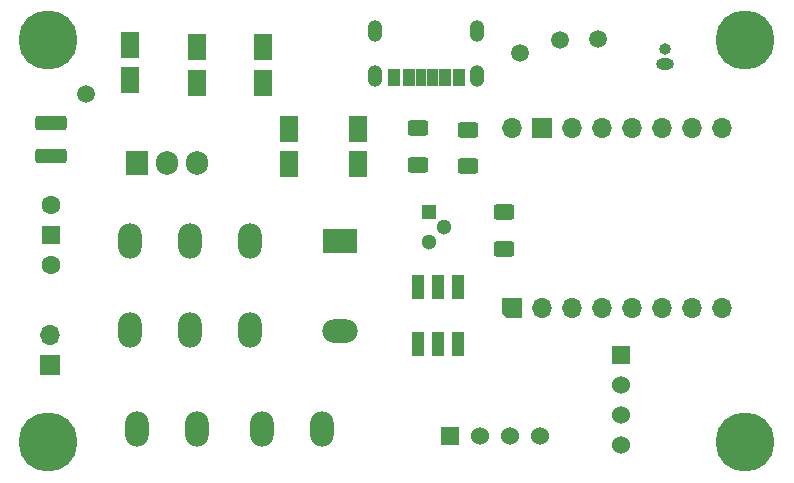
<source format=gbr>
%TF.GenerationSoftware,KiCad,Pcbnew,8.0.4*%
%TF.CreationDate,2024-07-30T00:45:45-04:00*%
%TF.ProjectId,ESP32-C3-WROOM-Node-Temperature,45535033-322d-4433-932d-57524f4f4d2d,rev?*%
%TF.SameCoordinates,Original*%
%TF.FileFunction,Soldermask,Top*%
%TF.FilePolarity,Negative*%
%FSLAX46Y46*%
G04 Gerber Fmt 4.6, Leading zero omitted, Abs format (unit mm)*
G04 Created by KiCad (PCBNEW 8.0.4) date 2024-07-30 00:45:45*
%MOMM*%
%LPD*%
G01*
G04 APERTURE LIST*
G04 Aperture macros list*
%AMRoundRect*
0 Rectangle with rounded corners*
0 $1 Rounding radius*
0 $2 $3 $4 $5 $6 $7 $8 $9 X,Y pos of 4 corners*
0 Add a 4 corners polygon primitive as box body*
4,1,4,$2,$3,$4,$5,$6,$7,$8,$9,$2,$3,0*
0 Add four circle primitives for the rounded corners*
1,1,$1+$1,$2,$3*
1,1,$1+$1,$4,$5*
1,1,$1+$1,$6,$7*
1,1,$1+$1,$8,$9*
0 Add four rect primitives between the rounded corners*
20,1,$1+$1,$2,$3,$4,$5,0*
20,1,$1+$1,$4,$5,$6,$7,0*
20,1,$1+$1,$6,$7,$8,$9,0*
20,1,$1+$1,$8,$9,$2,$3,0*%
%AMOutline5P*
0 Free polygon, 5 corners , with rotation*
0 The origin of the aperture is its center*
0 number of corners: always 5*
0 $1 to $10 corner X, Y*
0 $11 Rotation angle, in degrees counterclockwise*
0 create outline with 5 corners*
4,1,5,$1,$2,$3,$4,$5,$6,$7,$8,$9,$10,$1,$2,$11*%
%AMOutline6P*
0 Free polygon, 6 corners , with rotation*
0 The origin of the aperture is its center*
0 number of corners: always 6*
0 $1 to $12 corner X, Y*
0 $13 Rotation angle, in degrees counterclockwise*
0 create outline with 6 corners*
4,1,6,$1,$2,$3,$4,$5,$6,$7,$8,$9,$10,$11,$12,$1,$2,$13*%
%AMOutline7P*
0 Free polygon, 7 corners , with rotation*
0 The origin of the aperture is its center*
0 number of corners: always 7*
0 $1 to $14 corner X, Y*
0 $15 Rotation angle, in degrees counterclockwise*
0 create outline with 7 corners*
4,1,7,$1,$2,$3,$4,$5,$6,$7,$8,$9,$10,$11,$12,$13,$14,$1,$2,$15*%
%AMOutline8P*
0 Free polygon, 8 corners , with rotation*
0 The origin of the aperture is its center*
0 number of corners: always 8*
0 $1 to $16 corner X, Y*
0 $17 Rotation angle, in degrees counterclockwise*
0 create outline with 8 corners*
4,1,8,$1,$2,$3,$4,$5,$6,$7,$8,$9,$10,$11,$12,$13,$14,$15,$16,$1,$2,$17*%
G04 Aperture macros list end*
%ADD10C,0.010000*%
%ADD11RoundRect,0.250000X0.625000X-0.400000X0.625000X0.400000X-0.625000X0.400000X-0.625000X-0.400000X0*%
%ADD12O,1.252400X1.852400*%
%ADD13R,1.600000X2.200000*%
%ADD14R,1.300000X1.300000*%
%ADD15C,1.300000*%
%ADD16C,1.500000*%
%ADD17O,2.000000X3.000000*%
%ADD18R,1.524000X1.524000*%
%ADD19C,1.524000*%
%ADD20RoundRect,0.250000X-0.625000X0.400000X-0.625000X-0.400000X0.625000X-0.400000X0.625000X0.400000X0*%
%ADD21R,1.700000X1.700000*%
%ADD22O,1.700000X1.700000*%
%ADD23R,1.100000X2.000000*%
%ADD24Outline5P,-0.850000X0.425000X-0.425000X0.850000X0.850000X0.850000X0.850000X-0.850000X-0.850000X-0.850000X90.000000*%
%ADD25C,5.000000*%
%ADD26R,1.905000X2.000000*%
%ADD27O,1.905000X2.000000*%
%ADD28RoundRect,0.250000X-1.075000X0.375000X-1.075000X-0.375000X1.075000X-0.375000X1.075000X0.375000X0*%
%ADD29R,3.000000X2.000000*%
%ADD30O,3.000000X2.000000*%
%ADD31O,1.500000X1.000000*%
%ADD32O,1.000000X1.000000*%
%ADD33R,1.500000X1.500000*%
%ADD34C,1.600000*%
G04 APERTURE END LIST*
D10*
%TO.C,J5*%
X148813500Y-66063500D02*
X147886500Y-66063500D01*
X147886500Y-64736500D01*
X148813500Y-64736500D01*
X148813500Y-66063500D01*
G36*
X148813500Y-66063500D02*
G01*
X147886500Y-66063500D01*
X147886500Y-64736500D01*
X148813500Y-64736500D01*
X148813500Y-66063500D01*
G37*
X147563500Y-66063500D02*
X146676500Y-66063500D01*
X146676500Y-64736500D01*
X147563500Y-64736500D01*
X147563500Y-66063500D01*
G36*
X147563500Y-66063500D02*
G01*
X146676500Y-66063500D01*
X146676500Y-64736500D01*
X147563500Y-64736500D01*
X147563500Y-66063500D01*
G37*
X146513500Y-66063500D02*
X145686500Y-66063500D01*
X145686500Y-64736500D01*
X146513500Y-64736500D01*
X146513500Y-66063500D01*
G36*
X146513500Y-66063500D02*
G01*
X145686500Y-66063500D01*
X145686500Y-64736500D01*
X146513500Y-64736500D01*
X146513500Y-66063500D01*
G37*
X145513500Y-66063500D02*
X144686500Y-66063500D01*
X144686500Y-64736500D01*
X145513500Y-64736500D01*
X145513500Y-66063500D01*
G36*
X145513500Y-66063500D02*
G01*
X144686500Y-66063500D01*
X144686500Y-64736500D01*
X145513500Y-64736500D01*
X145513500Y-66063500D01*
G37*
X144523500Y-66063500D02*
X143636500Y-66063500D01*
X143636500Y-64736500D01*
X144523500Y-64736500D01*
X144523500Y-66063500D01*
G36*
X144523500Y-66063500D02*
G01*
X143636500Y-66063500D01*
X143636500Y-64736500D01*
X144523500Y-64736500D01*
X144523500Y-66063500D01*
G37*
X143313500Y-66063500D02*
X142386500Y-66063500D01*
X142386500Y-64736500D01*
X143313500Y-64736500D01*
X143313500Y-66063500D01*
G36*
X143313500Y-66063500D02*
G01*
X142386500Y-66063500D01*
X142386500Y-64736500D01*
X143313500Y-64736500D01*
X143313500Y-66063500D01*
G37*
%TD*%
D11*
%TO.C,R6*%
X144900000Y-72850000D03*
X144900000Y-69750000D03*
%TD*%
%TO.C,R5*%
X149100000Y-72950000D03*
X149100000Y-69850000D03*
%TD*%
D12*
%TO.C,J5*%
X149920000Y-61520000D03*
X141280000Y-61520000D03*
X149920000Y-65320000D03*
X141280000Y-65320000D03*
%TD*%
D13*
%TO.C,C4*%
X131800000Y-65900000D03*
X131800000Y-62900000D03*
%TD*%
D14*
%TO.C,Q1*%
X145830000Y-76830000D03*
D15*
X147100000Y-78100000D03*
X145830000Y-79370000D03*
%TD*%
D16*
%TO.C,3V3*%
X160100000Y-62200000D03*
%TD*%
D17*
%TO.C,J3*%
X121100000Y-95200000D03*
X126180000Y-95200000D03*
%TD*%
D18*
%TO.C,J4*%
X147600000Y-95800000D03*
D19*
X155220000Y-95800000D03*
X152680000Y-95800000D03*
X150140000Y-95800000D03*
%TD*%
D16*
%TO.C,5V*%
X156900000Y-62300000D03*
%TD*%
D18*
%TO.C,U3*%
X162100000Y-88960000D03*
D19*
X162100000Y-91500000D03*
X162100000Y-94040000D03*
X162100000Y-96580000D03*
%TD*%
D20*
%TO.C,R4*%
X152200000Y-76849999D03*
X152200000Y-79950001D03*
%TD*%
D21*
%TO.C,J1*%
X113775000Y-89750000D03*
D22*
X113775000Y-87210000D03*
%TD*%
D23*
%TO.C,D1*%
X144900000Y-88000000D03*
X146600000Y-88000000D03*
X148300000Y-88000000D03*
X148300000Y-83200000D03*
X146600000Y-83200000D03*
X144900000Y-83200000D03*
%TD*%
D13*
%TO.C,C3*%
X134000000Y-72800000D03*
X134000000Y-69800000D03*
%TD*%
D24*
%TO.C,U1*%
X152840000Y-84920000D03*
D22*
X155380000Y-84920000D03*
X157920000Y-84920000D03*
X160460000Y-84920000D03*
X163000000Y-84920000D03*
X165540000Y-84920000D03*
X168080000Y-84920000D03*
X170620000Y-84920000D03*
X170620000Y-69680000D03*
X168080000Y-69680000D03*
X165540000Y-69680000D03*
X163000000Y-69680000D03*
X160460000Y-69680000D03*
X157920000Y-69680000D03*
D21*
X155380000Y-69680000D03*
D22*
X152840000Y-69680000D03*
%TD*%
D16*
%TO.C,GND*%
X153500000Y-63400000D03*
%TD*%
D25*
%TO.C,H1*%
X113600000Y-62300000D03*
X113600000Y-96300000D03*
X172600000Y-96300000D03*
X172600000Y-62300000D03*
%TD*%
D26*
%TO.C,U4*%
X121060000Y-72645000D03*
D27*
X123600000Y-72645000D03*
X126140000Y-72645000D03*
%TD*%
D16*
%TO.C,TP1*%
X116800000Y-66800000D03*
%TD*%
D13*
%TO.C,C2*%
X126200000Y-65900000D03*
X126200000Y-62900000D03*
%TD*%
D28*
%TO.C,D2*%
X113800000Y-69300000D03*
X113800000Y-72100000D03*
%TD*%
D17*
%TO.C,J2*%
X131700000Y-95200000D03*
X136780000Y-95200000D03*
%TD*%
%TO.C,K1*%
X125600000Y-79300000D03*
X130680000Y-79300000D03*
X120520000Y-79300000D03*
X125600000Y-86800000D03*
X130680000Y-86800000D03*
X120520000Y-86800000D03*
D29*
X138300000Y-79300000D03*
D30*
X138300000Y-86920000D03*
%TD*%
D13*
%TO.C,C6*%
X139800000Y-72800000D03*
X139800000Y-69800000D03*
%TD*%
D31*
%TO.C,R2*%
X165800000Y-64270000D03*
D32*
X165800000Y-63000000D03*
%TD*%
D13*
%TO.C,C1*%
X120500000Y-65672600D03*
X120500000Y-62672600D03*
%TD*%
D33*
%TO.C,SW1*%
X113800000Y-78760000D03*
D34*
X113800000Y-76220000D03*
X113800000Y-81300000D03*
%TD*%
M02*

</source>
